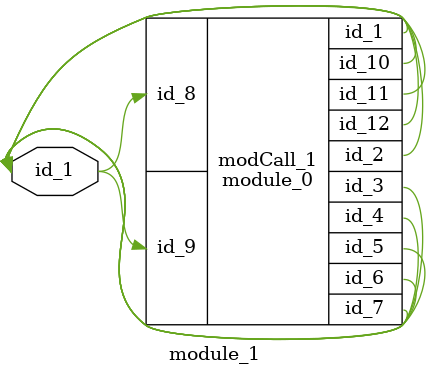
<source format=v>
module module_0 (
    id_1,
    id_2,
    id_3,
    id_4,
    id_5,
    id_6,
    id_7,
    id_8,
    id_9,
    id_10,
    id_11,
    id_12
);
  inout wire id_12;
  output wire id_11;
  inout wire id_10;
  input wire id_9;
  input wire id_8;
  output wire id_7;
  inout wire id_6;
  inout wire id_5;
  inout wire id_4;
  output wire id_3;
  output wire id_2;
  inout wire id_1;
endmodule
module module_1 (
    id_1
);
  inout wire id_1;
  module_0 modCall_1 (
      id_1,
      id_1,
      id_1,
      id_1,
      id_1,
      id_1,
      id_1,
      id_1,
      id_1,
      id_1,
      id_1,
      id_1
  );
endmodule

</source>
